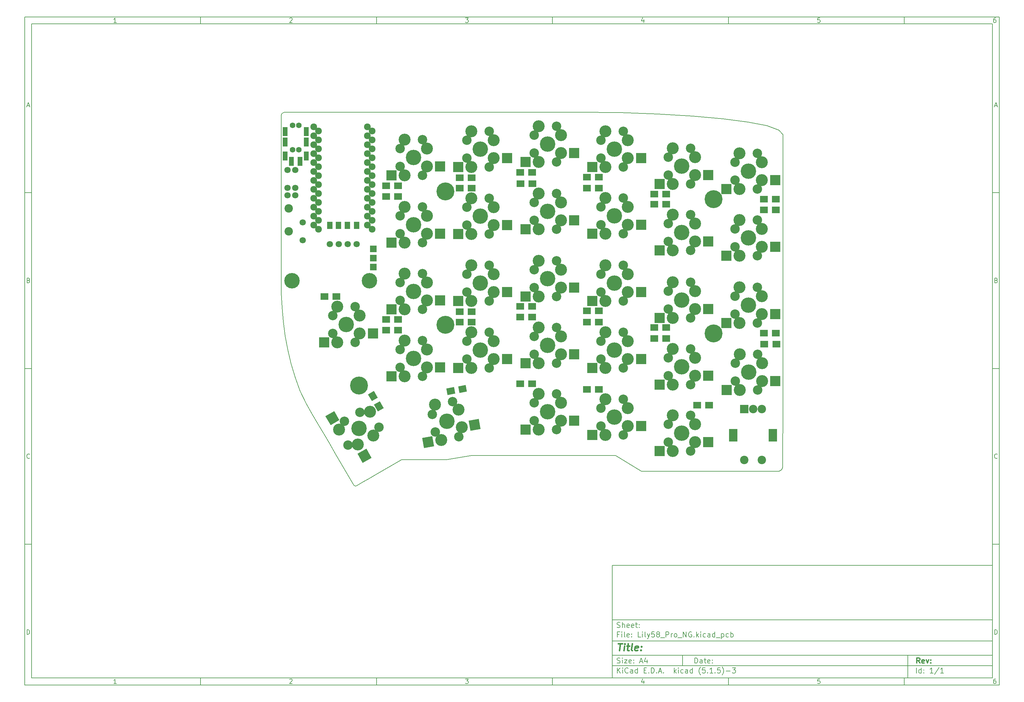
<source format=gbs>
G04 #@! TF.GenerationSoftware,KiCad,Pcbnew,(5.1.5)-3*
G04 #@! TF.CreationDate,2020-05-16T22:18:44+04:00*
G04 #@! TF.ProjectId,Lily58_Pro_NG,4c696c79-3538-45f5-9072-6f5f4e472e6b,rev?*
G04 #@! TF.SameCoordinates,Original*
G04 #@! TF.FileFunction,Soldermask,Bot*
G04 #@! TF.FilePolarity,Negative*
%FSLAX46Y46*%
G04 Gerber Fmt 4.6, Leading zero omitted, Abs format (unit mm)*
G04 Created by KiCad (PCBNEW (5.1.5)-3) date 2020-05-16 22:18:44*
%MOMM*%
%LPD*%
G04 APERTURE LIST*
%ADD10C,0.100000*%
%ADD11C,0.150000*%
%ADD12C,0.300000*%
%ADD13C,0.400000*%
%ADD14C,0.200000*%
%ADD15R,2.400000X2.400000*%
%ADD16C,2.400000*%
%ADD17R,2.400000X3.600000*%
%ADD18R,2.950000X2.900000*%
%ADD19C,3.400000*%
%ADD20C,2.686000*%
%ADD21C,4.387800*%
%ADD22C,4.400000*%
%ADD23R,2.200000X1.900000*%
%ADD24R,1.924000X1.924000*%
%ADD25C,1.600000*%
%ADD26R,1.400000X2.500000*%
%ADD27C,1.797000*%
%ADD28R,1.543000X1.035000*%
%ADD29C,5.100400*%
%ADD30C,1.924000*%
G04 APERTURE END LIST*
D10*
D11*
X177002200Y-166007200D02*
X177002200Y-198007200D01*
X285002200Y-198007200D01*
X285002200Y-166007200D01*
X177002200Y-166007200D01*
D10*
D11*
X10000000Y-10000000D02*
X10000000Y-200007200D01*
X287002200Y-200007200D01*
X287002200Y-10000000D01*
X10000000Y-10000000D01*
D10*
D11*
X12000000Y-12000000D02*
X12000000Y-198007200D01*
X285002200Y-198007200D01*
X285002200Y-12000000D01*
X12000000Y-12000000D01*
D10*
D11*
X60000000Y-12000000D02*
X60000000Y-10000000D01*
D10*
D11*
X110000000Y-12000000D02*
X110000000Y-10000000D01*
D10*
D11*
X160000000Y-12000000D02*
X160000000Y-10000000D01*
D10*
D11*
X210000000Y-12000000D02*
X210000000Y-10000000D01*
D10*
D11*
X260000000Y-12000000D02*
X260000000Y-10000000D01*
D10*
D11*
X36065476Y-11588095D02*
X35322619Y-11588095D01*
X35694047Y-11588095D02*
X35694047Y-10288095D01*
X35570238Y-10473809D01*
X35446428Y-10597619D01*
X35322619Y-10659523D01*
D10*
D11*
X85322619Y-10411904D02*
X85384523Y-10350000D01*
X85508333Y-10288095D01*
X85817857Y-10288095D01*
X85941666Y-10350000D01*
X86003571Y-10411904D01*
X86065476Y-10535714D01*
X86065476Y-10659523D01*
X86003571Y-10845238D01*
X85260714Y-11588095D01*
X86065476Y-11588095D01*
D10*
D11*
X135260714Y-10288095D02*
X136065476Y-10288095D01*
X135632142Y-10783333D01*
X135817857Y-10783333D01*
X135941666Y-10845238D01*
X136003571Y-10907142D01*
X136065476Y-11030952D01*
X136065476Y-11340476D01*
X136003571Y-11464285D01*
X135941666Y-11526190D01*
X135817857Y-11588095D01*
X135446428Y-11588095D01*
X135322619Y-11526190D01*
X135260714Y-11464285D01*
D10*
D11*
X185941666Y-10721428D02*
X185941666Y-11588095D01*
X185632142Y-10226190D02*
X185322619Y-11154761D01*
X186127380Y-11154761D01*
D10*
D11*
X236003571Y-10288095D02*
X235384523Y-10288095D01*
X235322619Y-10907142D01*
X235384523Y-10845238D01*
X235508333Y-10783333D01*
X235817857Y-10783333D01*
X235941666Y-10845238D01*
X236003571Y-10907142D01*
X236065476Y-11030952D01*
X236065476Y-11340476D01*
X236003571Y-11464285D01*
X235941666Y-11526190D01*
X235817857Y-11588095D01*
X235508333Y-11588095D01*
X235384523Y-11526190D01*
X235322619Y-11464285D01*
D10*
D11*
X285941666Y-10288095D02*
X285694047Y-10288095D01*
X285570238Y-10350000D01*
X285508333Y-10411904D01*
X285384523Y-10597619D01*
X285322619Y-10845238D01*
X285322619Y-11340476D01*
X285384523Y-11464285D01*
X285446428Y-11526190D01*
X285570238Y-11588095D01*
X285817857Y-11588095D01*
X285941666Y-11526190D01*
X286003571Y-11464285D01*
X286065476Y-11340476D01*
X286065476Y-11030952D01*
X286003571Y-10907142D01*
X285941666Y-10845238D01*
X285817857Y-10783333D01*
X285570238Y-10783333D01*
X285446428Y-10845238D01*
X285384523Y-10907142D01*
X285322619Y-11030952D01*
D10*
D11*
X60000000Y-198007200D02*
X60000000Y-200007200D01*
D10*
D11*
X110000000Y-198007200D02*
X110000000Y-200007200D01*
D10*
D11*
X160000000Y-198007200D02*
X160000000Y-200007200D01*
D10*
D11*
X210000000Y-198007200D02*
X210000000Y-200007200D01*
D10*
D11*
X260000000Y-198007200D02*
X260000000Y-200007200D01*
D10*
D11*
X36065476Y-199595295D02*
X35322619Y-199595295D01*
X35694047Y-199595295D02*
X35694047Y-198295295D01*
X35570238Y-198481009D01*
X35446428Y-198604819D01*
X35322619Y-198666723D01*
D10*
D11*
X85322619Y-198419104D02*
X85384523Y-198357200D01*
X85508333Y-198295295D01*
X85817857Y-198295295D01*
X85941666Y-198357200D01*
X86003571Y-198419104D01*
X86065476Y-198542914D01*
X86065476Y-198666723D01*
X86003571Y-198852438D01*
X85260714Y-199595295D01*
X86065476Y-199595295D01*
D10*
D11*
X135260714Y-198295295D02*
X136065476Y-198295295D01*
X135632142Y-198790533D01*
X135817857Y-198790533D01*
X135941666Y-198852438D01*
X136003571Y-198914342D01*
X136065476Y-199038152D01*
X136065476Y-199347676D01*
X136003571Y-199471485D01*
X135941666Y-199533390D01*
X135817857Y-199595295D01*
X135446428Y-199595295D01*
X135322619Y-199533390D01*
X135260714Y-199471485D01*
D10*
D11*
X185941666Y-198728628D02*
X185941666Y-199595295D01*
X185632142Y-198233390D02*
X185322619Y-199161961D01*
X186127380Y-199161961D01*
D10*
D11*
X236003571Y-198295295D02*
X235384523Y-198295295D01*
X235322619Y-198914342D01*
X235384523Y-198852438D01*
X235508333Y-198790533D01*
X235817857Y-198790533D01*
X235941666Y-198852438D01*
X236003571Y-198914342D01*
X236065476Y-199038152D01*
X236065476Y-199347676D01*
X236003571Y-199471485D01*
X235941666Y-199533390D01*
X235817857Y-199595295D01*
X235508333Y-199595295D01*
X235384523Y-199533390D01*
X235322619Y-199471485D01*
D10*
D11*
X285941666Y-198295295D02*
X285694047Y-198295295D01*
X285570238Y-198357200D01*
X285508333Y-198419104D01*
X285384523Y-198604819D01*
X285322619Y-198852438D01*
X285322619Y-199347676D01*
X285384523Y-199471485D01*
X285446428Y-199533390D01*
X285570238Y-199595295D01*
X285817857Y-199595295D01*
X285941666Y-199533390D01*
X286003571Y-199471485D01*
X286065476Y-199347676D01*
X286065476Y-199038152D01*
X286003571Y-198914342D01*
X285941666Y-198852438D01*
X285817857Y-198790533D01*
X285570238Y-198790533D01*
X285446428Y-198852438D01*
X285384523Y-198914342D01*
X285322619Y-199038152D01*
D10*
D11*
X10000000Y-60000000D02*
X12000000Y-60000000D01*
D10*
D11*
X10000000Y-110000000D02*
X12000000Y-110000000D01*
D10*
D11*
X10000000Y-160000000D02*
X12000000Y-160000000D01*
D10*
D11*
X10690476Y-35216666D02*
X11309523Y-35216666D01*
X10566666Y-35588095D02*
X11000000Y-34288095D01*
X11433333Y-35588095D01*
D10*
D11*
X11092857Y-84907142D02*
X11278571Y-84969047D01*
X11340476Y-85030952D01*
X11402380Y-85154761D01*
X11402380Y-85340476D01*
X11340476Y-85464285D01*
X11278571Y-85526190D01*
X11154761Y-85588095D01*
X10659523Y-85588095D01*
X10659523Y-84288095D01*
X11092857Y-84288095D01*
X11216666Y-84350000D01*
X11278571Y-84411904D01*
X11340476Y-84535714D01*
X11340476Y-84659523D01*
X11278571Y-84783333D01*
X11216666Y-84845238D01*
X11092857Y-84907142D01*
X10659523Y-84907142D01*
D10*
D11*
X11402380Y-135464285D02*
X11340476Y-135526190D01*
X11154761Y-135588095D01*
X11030952Y-135588095D01*
X10845238Y-135526190D01*
X10721428Y-135402380D01*
X10659523Y-135278571D01*
X10597619Y-135030952D01*
X10597619Y-134845238D01*
X10659523Y-134597619D01*
X10721428Y-134473809D01*
X10845238Y-134350000D01*
X11030952Y-134288095D01*
X11154761Y-134288095D01*
X11340476Y-134350000D01*
X11402380Y-134411904D01*
D10*
D11*
X10659523Y-185588095D02*
X10659523Y-184288095D01*
X10969047Y-184288095D01*
X11154761Y-184350000D01*
X11278571Y-184473809D01*
X11340476Y-184597619D01*
X11402380Y-184845238D01*
X11402380Y-185030952D01*
X11340476Y-185278571D01*
X11278571Y-185402380D01*
X11154761Y-185526190D01*
X10969047Y-185588095D01*
X10659523Y-185588095D01*
D10*
D11*
X287002200Y-60000000D02*
X285002200Y-60000000D01*
D10*
D11*
X287002200Y-110000000D02*
X285002200Y-110000000D01*
D10*
D11*
X287002200Y-160000000D02*
X285002200Y-160000000D01*
D10*
D11*
X285692676Y-35216666D02*
X286311723Y-35216666D01*
X285568866Y-35588095D02*
X286002200Y-34288095D01*
X286435533Y-35588095D01*
D10*
D11*
X286095057Y-84907142D02*
X286280771Y-84969047D01*
X286342676Y-85030952D01*
X286404580Y-85154761D01*
X286404580Y-85340476D01*
X286342676Y-85464285D01*
X286280771Y-85526190D01*
X286156961Y-85588095D01*
X285661723Y-85588095D01*
X285661723Y-84288095D01*
X286095057Y-84288095D01*
X286218866Y-84350000D01*
X286280771Y-84411904D01*
X286342676Y-84535714D01*
X286342676Y-84659523D01*
X286280771Y-84783333D01*
X286218866Y-84845238D01*
X286095057Y-84907142D01*
X285661723Y-84907142D01*
D10*
D11*
X286404580Y-135464285D02*
X286342676Y-135526190D01*
X286156961Y-135588095D01*
X286033152Y-135588095D01*
X285847438Y-135526190D01*
X285723628Y-135402380D01*
X285661723Y-135278571D01*
X285599819Y-135030952D01*
X285599819Y-134845238D01*
X285661723Y-134597619D01*
X285723628Y-134473809D01*
X285847438Y-134350000D01*
X286033152Y-134288095D01*
X286156961Y-134288095D01*
X286342676Y-134350000D01*
X286404580Y-134411904D01*
D10*
D11*
X285661723Y-185588095D02*
X285661723Y-184288095D01*
X285971247Y-184288095D01*
X286156961Y-184350000D01*
X286280771Y-184473809D01*
X286342676Y-184597619D01*
X286404580Y-184845238D01*
X286404580Y-185030952D01*
X286342676Y-185278571D01*
X286280771Y-185402380D01*
X286156961Y-185526190D01*
X285971247Y-185588095D01*
X285661723Y-185588095D01*
D10*
D11*
X200434342Y-193785771D02*
X200434342Y-192285771D01*
X200791485Y-192285771D01*
X201005771Y-192357200D01*
X201148628Y-192500057D01*
X201220057Y-192642914D01*
X201291485Y-192928628D01*
X201291485Y-193142914D01*
X201220057Y-193428628D01*
X201148628Y-193571485D01*
X201005771Y-193714342D01*
X200791485Y-193785771D01*
X200434342Y-193785771D01*
X202577200Y-193785771D02*
X202577200Y-193000057D01*
X202505771Y-192857200D01*
X202362914Y-192785771D01*
X202077200Y-192785771D01*
X201934342Y-192857200D01*
X202577200Y-193714342D02*
X202434342Y-193785771D01*
X202077200Y-193785771D01*
X201934342Y-193714342D01*
X201862914Y-193571485D01*
X201862914Y-193428628D01*
X201934342Y-193285771D01*
X202077200Y-193214342D01*
X202434342Y-193214342D01*
X202577200Y-193142914D01*
X203077200Y-192785771D02*
X203648628Y-192785771D01*
X203291485Y-192285771D02*
X203291485Y-193571485D01*
X203362914Y-193714342D01*
X203505771Y-193785771D01*
X203648628Y-193785771D01*
X204720057Y-193714342D02*
X204577200Y-193785771D01*
X204291485Y-193785771D01*
X204148628Y-193714342D01*
X204077200Y-193571485D01*
X204077200Y-193000057D01*
X204148628Y-192857200D01*
X204291485Y-192785771D01*
X204577200Y-192785771D01*
X204720057Y-192857200D01*
X204791485Y-193000057D01*
X204791485Y-193142914D01*
X204077200Y-193285771D01*
X205434342Y-193642914D02*
X205505771Y-193714342D01*
X205434342Y-193785771D01*
X205362914Y-193714342D01*
X205434342Y-193642914D01*
X205434342Y-193785771D01*
X205434342Y-192857200D02*
X205505771Y-192928628D01*
X205434342Y-193000057D01*
X205362914Y-192928628D01*
X205434342Y-192857200D01*
X205434342Y-193000057D01*
D10*
D11*
X177002200Y-194507200D02*
X285002200Y-194507200D01*
D10*
D11*
X178434342Y-196585771D02*
X178434342Y-195085771D01*
X179291485Y-196585771D02*
X178648628Y-195728628D01*
X179291485Y-195085771D02*
X178434342Y-195942914D01*
X179934342Y-196585771D02*
X179934342Y-195585771D01*
X179934342Y-195085771D02*
X179862914Y-195157200D01*
X179934342Y-195228628D01*
X180005771Y-195157200D01*
X179934342Y-195085771D01*
X179934342Y-195228628D01*
X181505771Y-196442914D02*
X181434342Y-196514342D01*
X181220057Y-196585771D01*
X181077200Y-196585771D01*
X180862914Y-196514342D01*
X180720057Y-196371485D01*
X180648628Y-196228628D01*
X180577200Y-195942914D01*
X180577200Y-195728628D01*
X180648628Y-195442914D01*
X180720057Y-195300057D01*
X180862914Y-195157200D01*
X181077200Y-195085771D01*
X181220057Y-195085771D01*
X181434342Y-195157200D01*
X181505771Y-195228628D01*
X182791485Y-196585771D02*
X182791485Y-195800057D01*
X182720057Y-195657200D01*
X182577200Y-195585771D01*
X182291485Y-195585771D01*
X182148628Y-195657200D01*
X182791485Y-196514342D02*
X182648628Y-196585771D01*
X182291485Y-196585771D01*
X182148628Y-196514342D01*
X182077200Y-196371485D01*
X182077200Y-196228628D01*
X182148628Y-196085771D01*
X182291485Y-196014342D01*
X182648628Y-196014342D01*
X182791485Y-195942914D01*
X184148628Y-196585771D02*
X184148628Y-195085771D01*
X184148628Y-196514342D02*
X184005771Y-196585771D01*
X183720057Y-196585771D01*
X183577200Y-196514342D01*
X183505771Y-196442914D01*
X183434342Y-196300057D01*
X183434342Y-195871485D01*
X183505771Y-195728628D01*
X183577200Y-195657200D01*
X183720057Y-195585771D01*
X184005771Y-195585771D01*
X184148628Y-195657200D01*
X186005771Y-195800057D02*
X186505771Y-195800057D01*
X186720057Y-196585771D02*
X186005771Y-196585771D01*
X186005771Y-195085771D01*
X186720057Y-195085771D01*
X187362914Y-196442914D02*
X187434342Y-196514342D01*
X187362914Y-196585771D01*
X187291485Y-196514342D01*
X187362914Y-196442914D01*
X187362914Y-196585771D01*
X188077200Y-196585771D02*
X188077200Y-195085771D01*
X188434342Y-195085771D01*
X188648628Y-195157200D01*
X188791485Y-195300057D01*
X188862914Y-195442914D01*
X188934342Y-195728628D01*
X188934342Y-195942914D01*
X188862914Y-196228628D01*
X188791485Y-196371485D01*
X188648628Y-196514342D01*
X188434342Y-196585771D01*
X188077200Y-196585771D01*
X189577200Y-196442914D02*
X189648628Y-196514342D01*
X189577200Y-196585771D01*
X189505771Y-196514342D01*
X189577200Y-196442914D01*
X189577200Y-196585771D01*
X190220057Y-196157200D02*
X190934342Y-196157200D01*
X190077200Y-196585771D02*
X190577200Y-195085771D01*
X191077200Y-196585771D01*
X191577200Y-196442914D02*
X191648628Y-196514342D01*
X191577200Y-196585771D01*
X191505771Y-196514342D01*
X191577200Y-196442914D01*
X191577200Y-196585771D01*
X194577200Y-196585771D02*
X194577200Y-195085771D01*
X194720057Y-196014342D02*
X195148628Y-196585771D01*
X195148628Y-195585771D02*
X194577200Y-196157200D01*
X195791485Y-196585771D02*
X195791485Y-195585771D01*
X195791485Y-195085771D02*
X195720057Y-195157200D01*
X195791485Y-195228628D01*
X195862914Y-195157200D01*
X195791485Y-195085771D01*
X195791485Y-195228628D01*
X197148628Y-196514342D02*
X197005771Y-196585771D01*
X196720057Y-196585771D01*
X196577200Y-196514342D01*
X196505771Y-196442914D01*
X196434342Y-196300057D01*
X196434342Y-195871485D01*
X196505771Y-195728628D01*
X196577200Y-195657200D01*
X196720057Y-195585771D01*
X197005771Y-195585771D01*
X197148628Y-195657200D01*
X198434342Y-196585771D02*
X198434342Y-195800057D01*
X198362914Y-195657200D01*
X198220057Y-195585771D01*
X197934342Y-195585771D01*
X197791485Y-195657200D01*
X198434342Y-196514342D02*
X198291485Y-196585771D01*
X197934342Y-196585771D01*
X197791485Y-196514342D01*
X197720057Y-196371485D01*
X197720057Y-196228628D01*
X197791485Y-196085771D01*
X197934342Y-196014342D01*
X198291485Y-196014342D01*
X198434342Y-195942914D01*
X199791485Y-196585771D02*
X199791485Y-195085771D01*
X199791485Y-196514342D02*
X199648628Y-196585771D01*
X199362914Y-196585771D01*
X199220057Y-196514342D01*
X199148628Y-196442914D01*
X199077200Y-196300057D01*
X199077200Y-195871485D01*
X199148628Y-195728628D01*
X199220057Y-195657200D01*
X199362914Y-195585771D01*
X199648628Y-195585771D01*
X199791485Y-195657200D01*
X202077200Y-197157200D02*
X202005771Y-197085771D01*
X201862914Y-196871485D01*
X201791485Y-196728628D01*
X201720057Y-196514342D01*
X201648628Y-196157200D01*
X201648628Y-195871485D01*
X201720057Y-195514342D01*
X201791485Y-195300057D01*
X201862914Y-195157200D01*
X202005771Y-194942914D01*
X202077200Y-194871485D01*
X203362914Y-195085771D02*
X202648628Y-195085771D01*
X202577200Y-195800057D01*
X202648628Y-195728628D01*
X202791485Y-195657200D01*
X203148628Y-195657200D01*
X203291485Y-195728628D01*
X203362914Y-195800057D01*
X203434342Y-195942914D01*
X203434342Y-196300057D01*
X203362914Y-196442914D01*
X203291485Y-196514342D01*
X203148628Y-196585771D01*
X202791485Y-196585771D01*
X202648628Y-196514342D01*
X202577200Y-196442914D01*
X204077200Y-196442914D02*
X204148628Y-196514342D01*
X204077200Y-196585771D01*
X204005771Y-196514342D01*
X204077200Y-196442914D01*
X204077200Y-196585771D01*
X205577200Y-196585771D02*
X204720057Y-196585771D01*
X205148628Y-196585771D02*
X205148628Y-195085771D01*
X205005771Y-195300057D01*
X204862914Y-195442914D01*
X204720057Y-195514342D01*
X206220057Y-196442914D02*
X206291485Y-196514342D01*
X206220057Y-196585771D01*
X206148628Y-196514342D01*
X206220057Y-196442914D01*
X206220057Y-196585771D01*
X207648628Y-195085771D02*
X206934342Y-195085771D01*
X206862914Y-195800057D01*
X206934342Y-195728628D01*
X207077200Y-195657200D01*
X207434342Y-195657200D01*
X207577200Y-195728628D01*
X207648628Y-195800057D01*
X207720057Y-195942914D01*
X207720057Y-196300057D01*
X207648628Y-196442914D01*
X207577200Y-196514342D01*
X207434342Y-196585771D01*
X207077200Y-196585771D01*
X206934342Y-196514342D01*
X206862914Y-196442914D01*
X208220057Y-197157200D02*
X208291485Y-197085771D01*
X208434342Y-196871485D01*
X208505771Y-196728628D01*
X208577200Y-196514342D01*
X208648628Y-196157200D01*
X208648628Y-195871485D01*
X208577200Y-195514342D01*
X208505771Y-195300057D01*
X208434342Y-195157200D01*
X208291485Y-194942914D01*
X208220057Y-194871485D01*
X209362914Y-196014342D02*
X210505771Y-196014342D01*
X211077200Y-195085771D02*
X212005771Y-195085771D01*
X211505771Y-195657200D01*
X211720057Y-195657200D01*
X211862914Y-195728628D01*
X211934342Y-195800057D01*
X212005771Y-195942914D01*
X212005771Y-196300057D01*
X211934342Y-196442914D01*
X211862914Y-196514342D01*
X211720057Y-196585771D01*
X211291485Y-196585771D01*
X211148628Y-196514342D01*
X211077200Y-196442914D01*
D10*
D11*
X177002200Y-191507200D02*
X285002200Y-191507200D01*
D10*
D12*
X264411485Y-193785771D02*
X263911485Y-193071485D01*
X263554342Y-193785771D02*
X263554342Y-192285771D01*
X264125771Y-192285771D01*
X264268628Y-192357200D01*
X264340057Y-192428628D01*
X264411485Y-192571485D01*
X264411485Y-192785771D01*
X264340057Y-192928628D01*
X264268628Y-193000057D01*
X264125771Y-193071485D01*
X263554342Y-193071485D01*
X265625771Y-193714342D02*
X265482914Y-193785771D01*
X265197200Y-193785771D01*
X265054342Y-193714342D01*
X264982914Y-193571485D01*
X264982914Y-193000057D01*
X265054342Y-192857200D01*
X265197200Y-192785771D01*
X265482914Y-192785771D01*
X265625771Y-192857200D01*
X265697200Y-193000057D01*
X265697200Y-193142914D01*
X264982914Y-193285771D01*
X266197200Y-192785771D02*
X266554342Y-193785771D01*
X266911485Y-192785771D01*
X267482914Y-193642914D02*
X267554342Y-193714342D01*
X267482914Y-193785771D01*
X267411485Y-193714342D01*
X267482914Y-193642914D01*
X267482914Y-193785771D01*
X267482914Y-192857200D02*
X267554342Y-192928628D01*
X267482914Y-193000057D01*
X267411485Y-192928628D01*
X267482914Y-192857200D01*
X267482914Y-193000057D01*
D10*
D11*
X178362914Y-193714342D02*
X178577200Y-193785771D01*
X178934342Y-193785771D01*
X179077200Y-193714342D01*
X179148628Y-193642914D01*
X179220057Y-193500057D01*
X179220057Y-193357200D01*
X179148628Y-193214342D01*
X179077200Y-193142914D01*
X178934342Y-193071485D01*
X178648628Y-193000057D01*
X178505771Y-192928628D01*
X178434342Y-192857200D01*
X178362914Y-192714342D01*
X178362914Y-192571485D01*
X178434342Y-192428628D01*
X178505771Y-192357200D01*
X178648628Y-192285771D01*
X179005771Y-192285771D01*
X179220057Y-192357200D01*
X179862914Y-193785771D02*
X179862914Y-192785771D01*
X179862914Y-192285771D02*
X179791485Y-192357200D01*
X179862914Y-192428628D01*
X179934342Y-192357200D01*
X179862914Y-192285771D01*
X179862914Y-192428628D01*
X180434342Y-192785771D02*
X181220057Y-192785771D01*
X180434342Y-193785771D01*
X181220057Y-193785771D01*
X182362914Y-193714342D02*
X182220057Y-193785771D01*
X181934342Y-193785771D01*
X181791485Y-193714342D01*
X181720057Y-193571485D01*
X181720057Y-193000057D01*
X181791485Y-192857200D01*
X181934342Y-192785771D01*
X182220057Y-192785771D01*
X182362914Y-192857200D01*
X182434342Y-193000057D01*
X182434342Y-193142914D01*
X181720057Y-193285771D01*
X183077200Y-193642914D02*
X183148628Y-193714342D01*
X183077200Y-193785771D01*
X183005771Y-193714342D01*
X183077200Y-193642914D01*
X183077200Y-193785771D01*
X183077200Y-192857200D02*
X183148628Y-192928628D01*
X183077200Y-193000057D01*
X183005771Y-192928628D01*
X183077200Y-192857200D01*
X183077200Y-193000057D01*
X184862914Y-193357200D02*
X185577200Y-193357200D01*
X184720057Y-193785771D02*
X185220057Y-192285771D01*
X185720057Y-193785771D01*
X186862914Y-192785771D02*
X186862914Y-193785771D01*
X186505771Y-192214342D02*
X186148628Y-193285771D01*
X187077200Y-193285771D01*
D10*
D11*
X263434342Y-196585771D02*
X263434342Y-195085771D01*
X264791485Y-196585771D02*
X264791485Y-195085771D01*
X264791485Y-196514342D02*
X264648628Y-196585771D01*
X264362914Y-196585771D01*
X264220057Y-196514342D01*
X264148628Y-196442914D01*
X264077200Y-196300057D01*
X264077200Y-195871485D01*
X264148628Y-195728628D01*
X264220057Y-195657200D01*
X264362914Y-195585771D01*
X264648628Y-195585771D01*
X264791485Y-195657200D01*
X265505771Y-196442914D02*
X265577200Y-196514342D01*
X265505771Y-196585771D01*
X265434342Y-196514342D01*
X265505771Y-196442914D01*
X265505771Y-196585771D01*
X265505771Y-195657200D02*
X265577200Y-195728628D01*
X265505771Y-195800057D01*
X265434342Y-195728628D01*
X265505771Y-195657200D01*
X265505771Y-195800057D01*
X268148628Y-196585771D02*
X267291485Y-196585771D01*
X267720057Y-196585771D02*
X267720057Y-195085771D01*
X267577200Y-195300057D01*
X267434342Y-195442914D01*
X267291485Y-195514342D01*
X269862914Y-195014342D02*
X268577200Y-196942914D01*
X271148628Y-196585771D02*
X270291485Y-196585771D01*
X270720057Y-196585771D02*
X270720057Y-195085771D01*
X270577200Y-195300057D01*
X270434342Y-195442914D01*
X270291485Y-195514342D01*
D10*
D11*
X177002200Y-187507200D02*
X285002200Y-187507200D01*
D10*
D13*
X178714580Y-188211961D02*
X179857438Y-188211961D01*
X179036009Y-190211961D02*
X179286009Y-188211961D01*
X180274104Y-190211961D02*
X180440771Y-188878628D01*
X180524104Y-188211961D02*
X180416961Y-188307200D01*
X180500295Y-188402438D01*
X180607438Y-188307200D01*
X180524104Y-188211961D01*
X180500295Y-188402438D01*
X181107438Y-188878628D02*
X181869342Y-188878628D01*
X181476485Y-188211961D02*
X181262200Y-189926247D01*
X181333628Y-190116723D01*
X181512200Y-190211961D01*
X181702676Y-190211961D01*
X182655057Y-190211961D02*
X182476485Y-190116723D01*
X182405057Y-189926247D01*
X182619342Y-188211961D01*
X184190771Y-190116723D02*
X183988390Y-190211961D01*
X183607438Y-190211961D01*
X183428866Y-190116723D01*
X183357438Y-189926247D01*
X183452676Y-189164342D01*
X183571723Y-188973866D01*
X183774104Y-188878628D01*
X184155057Y-188878628D01*
X184333628Y-188973866D01*
X184405057Y-189164342D01*
X184381247Y-189354819D01*
X183405057Y-189545295D01*
X185155057Y-190021485D02*
X185238390Y-190116723D01*
X185131247Y-190211961D01*
X185047914Y-190116723D01*
X185155057Y-190021485D01*
X185131247Y-190211961D01*
X185286009Y-188973866D02*
X185369342Y-189069104D01*
X185262200Y-189164342D01*
X185178866Y-189069104D01*
X185286009Y-188973866D01*
X185262200Y-189164342D01*
D10*
D11*
X178934342Y-185600057D02*
X178434342Y-185600057D01*
X178434342Y-186385771D02*
X178434342Y-184885771D01*
X179148628Y-184885771D01*
X179720057Y-186385771D02*
X179720057Y-185385771D01*
X179720057Y-184885771D02*
X179648628Y-184957200D01*
X179720057Y-185028628D01*
X179791485Y-184957200D01*
X179720057Y-184885771D01*
X179720057Y-185028628D01*
X180648628Y-186385771D02*
X180505771Y-186314342D01*
X180434342Y-186171485D01*
X180434342Y-184885771D01*
X181791485Y-186314342D02*
X181648628Y-186385771D01*
X181362914Y-186385771D01*
X181220057Y-186314342D01*
X181148628Y-186171485D01*
X181148628Y-185600057D01*
X181220057Y-185457200D01*
X181362914Y-185385771D01*
X181648628Y-185385771D01*
X181791485Y-185457200D01*
X181862914Y-185600057D01*
X181862914Y-185742914D01*
X181148628Y-185885771D01*
X182505771Y-186242914D02*
X182577200Y-186314342D01*
X182505771Y-186385771D01*
X182434342Y-186314342D01*
X182505771Y-186242914D01*
X182505771Y-186385771D01*
X182505771Y-185457200D02*
X182577200Y-185528628D01*
X182505771Y-185600057D01*
X182434342Y-185528628D01*
X182505771Y-185457200D01*
X182505771Y-185600057D01*
X185077200Y-186385771D02*
X184362914Y-186385771D01*
X184362914Y-184885771D01*
X185577200Y-186385771D02*
X185577200Y-185385771D01*
X185577200Y-184885771D02*
X185505771Y-184957200D01*
X185577200Y-185028628D01*
X185648628Y-184957200D01*
X185577200Y-184885771D01*
X185577200Y-185028628D01*
X186505771Y-186385771D02*
X186362914Y-186314342D01*
X186291485Y-186171485D01*
X186291485Y-184885771D01*
X186934342Y-185385771D02*
X187291485Y-186385771D01*
X187648628Y-185385771D02*
X187291485Y-186385771D01*
X187148628Y-186742914D01*
X187077200Y-186814342D01*
X186934342Y-186885771D01*
X188934342Y-184885771D02*
X188220057Y-184885771D01*
X188148628Y-185600057D01*
X188220057Y-185528628D01*
X188362914Y-185457200D01*
X188720057Y-185457200D01*
X188862914Y-185528628D01*
X188934342Y-185600057D01*
X189005771Y-185742914D01*
X189005771Y-186100057D01*
X188934342Y-186242914D01*
X188862914Y-186314342D01*
X188720057Y-186385771D01*
X188362914Y-186385771D01*
X188220057Y-186314342D01*
X188148628Y-186242914D01*
X189862914Y-185528628D02*
X189720057Y-185457200D01*
X189648628Y-185385771D01*
X189577200Y-185242914D01*
X189577200Y-185171485D01*
X189648628Y-185028628D01*
X189720057Y-184957200D01*
X189862914Y-184885771D01*
X190148628Y-184885771D01*
X190291485Y-184957200D01*
X190362914Y-185028628D01*
X190434342Y-185171485D01*
X190434342Y-185242914D01*
X190362914Y-185385771D01*
X190291485Y-185457200D01*
X190148628Y-185528628D01*
X189862914Y-185528628D01*
X189720057Y-185600057D01*
X189648628Y-185671485D01*
X189577200Y-185814342D01*
X189577200Y-186100057D01*
X189648628Y-186242914D01*
X189720057Y-186314342D01*
X189862914Y-186385771D01*
X190148628Y-186385771D01*
X190291485Y-186314342D01*
X190362914Y-186242914D01*
X190434342Y-186100057D01*
X190434342Y-185814342D01*
X190362914Y-185671485D01*
X190291485Y-185600057D01*
X190148628Y-185528628D01*
X190720057Y-186528628D02*
X191862914Y-186528628D01*
X192220057Y-186385771D02*
X192220057Y-184885771D01*
X192791485Y-184885771D01*
X192934342Y-184957200D01*
X193005771Y-185028628D01*
X193077200Y-185171485D01*
X193077200Y-185385771D01*
X193005771Y-185528628D01*
X192934342Y-185600057D01*
X192791485Y-185671485D01*
X192220057Y-185671485D01*
X193720057Y-186385771D02*
X193720057Y-185385771D01*
X193720057Y-185671485D02*
X193791485Y-185528628D01*
X193862914Y-185457200D01*
X194005771Y-185385771D01*
X194148628Y-185385771D01*
X194862914Y-186385771D02*
X194720057Y-186314342D01*
X194648628Y-186242914D01*
X194577200Y-186100057D01*
X194577200Y-185671485D01*
X194648628Y-185528628D01*
X194720057Y-185457200D01*
X194862914Y-185385771D01*
X195077200Y-185385771D01*
X195220057Y-185457200D01*
X195291485Y-185528628D01*
X195362914Y-185671485D01*
X195362914Y-186100057D01*
X195291485Y-186242914D01*
X195220057Y-186314342D01*
X195077200Y-186385771D01*
X194862914Y-186385771D01*
X195648628Y-186528628D02*
X196791485Y-186528628D01*
X197148628Y-186385771D02*
X197148628Y-184885771D01*
X198005771Y-186385771D01*
X198005771Y-184885771D01*
X199505771Y-184957200D02*
X199362914Y-184885771D01*
X199148628Y-184885771D01*
X198934342Y-184957200D01*
X198791485Y-185100057D01*
X198720057Y-185242914D01*
X198648628Y-185528628D01*
X198648628Y-185742914D01*
X198720057Y-186028628D01*
X198791485Y-186171485D01*
X198934342Y-186314342D01*
X199148628Y-186385771D01*
X199291485Y-186385771D01*
X199505771Y-186314342D01*
X199577200Y-186242914D01*
X199577200Y-185742914D01*
X199291485Y-185742914D01*
X200220057Y-186242914D02*
X200291485Y-186314342D01*
X200220057Y-186385771D01*
X200148628Y-186314342D01*
X200220057Y-186242914D01*
X200220057Y-186385771D01*
X200934342Y-186385771D02*
X200934342Y-184885771D01*
X201077200Y-185814342D02*
X201505771Y-186385771D01*
X201505771Y-185385771D02*
X200934342Y-185957200D01*
X202148628Y-186385771D02*
X202148628Y-185385771D01*
X202148628Y-184885771D02*
X202077200Y-184957200D01*
X202148628Y-185028628D01*
X202220057Y-184957200D01*
X202148628Y-184885771D01*
X202148628Y-185028628D01*
X203505771Y-186314342D02*
X203362914Y-186385771D01*
X203077200Y-186385771D01*
X202934342Y-186314342D01*
X202862914Y-186242914D01*
X202791485Y-186100057D01*
X202791485Y-185671485D01*
X202862914Y-185528628D01*
X202934342Y-185457200D01*
X203077200Y-185385771D01*
X203362914Y-185385771D01*
X203505771Y-185457200D01*
X204791485Y-186385771D02*
X204791485Y-185600057D01*
X204720057Y-185457200D01*
X204577200Y-185385771D01*
X204291485Y-185385771D01*
X204148628Y-185457200D01*
X204791485Y-186314342D02*
X204648628Y-186385771D01*
X204291485Y-186385771D01*
X204148628Y-186314342D01*
X204077200Y-186171485D01*
X204077200Y-186028628D01*
X204148628Y-185885771D01*
X204291485Y-185814342D01*
X204648628Y-185814342D01*
X204791485Y-185742914D01*
X206148628Y-186385771D02*
X206148628Y-184885771D01*
X206148628Y-186314342D02*
X206005771Y-186385771D01*
X205720057Y-186385771D01*
X205577200Y-186314342D01*
X205505771Y-186242914D01*
X205434342Y-186100057D01*
X205434342Y-185671485D01*
X205505771Y-185528628D01*
X205577200Y-185457200D01*
X205720057Y-185385771D01*
X206005771Y-185385771D01*
X206148628Y-185457200D01*
X206505771Y-186528628D02*
X207648628Y-186528628D01*
X208005771Y-185385771D02*
X208005771Y-186885771D01*
X208005771Y-185457200D02*
X208148628Y-185385771D01*
X208434342Y-185385771D01*
X208577200Y-185457200D01*
X208648628Y-185528628D01*
X208720057Y-185671485D01*
X208720057Y-186100057D01*
X208648628Y-186242914D01*
X208577200Y-186314342D01*
X208434342Y-186385771D01*
X208148628Y-186385771D01*
X208005771Y-186314342D01*
X210005771Y-186314342D02*
X209862914Y-186385771D01*
X209577200Y-186385771D01*
X209434342Y-186314342D01*
X209362914Y-186242914D01*
X209291485Y-186100057D01*
X209291485Y-185671485D01*
X209362914Y-185528628D01*
X209434342Y-185457200D01*
X209577200Y-185385771D01*
X209862914Y-185385771D01*
X210005771Y-185457200D01*
X210648628Y-186385771D02*
X210648628Y-184885771D01*
X210648628Y-185457200D02*
X210791485Y-185385771D01*
X211077200Y-185385771D01*
X211220057Y-185457200D01*
X211291485Y-185528628D01*
X211362914Y-185671485D01*
X211362914Y-186100057D01*
X211291485Y-186242914D01*
X211220057Y-186314342D01*
X211077200Y-186385771D01*
X210791485Y-186385771D01*
X210648628Y-186314342D01*
D10*
D11*
X177002200Y-181507200D02*
X285002200Y-181507200D01*
D10*
D11*
X178362914Y-183614342D02*
X178577200Y-183685771D01*
X178934342Y-183685771D01*
X179077200Y-183614342D01*
X179148628Y-183542914D01*
X179220057Y-183400057D01*
X179220057Y-183257200D01*
X179148628Y-183114342D01*
X179077200Y-183042914D01*
X178934342Y-182971485D01*
X178648628Y-182900057D01*
X178505771Y-182828628D01*
X178434342Y-182757200D01*
X178362914Y-182614342D01*
X178362914Y-182471485D01*
X178434342Y-182328628D01*
X178505771Y-182257200D01*
X178648628Y-182185771D01*
X179005771Y-182185771D01*
X179220057Y-182257200D01*
X179862914Y-183685771D02*
X179862914Y-182185771D01*
X180505771Y-183685771D02*
X180505771Y-182900057D01*
X180434342Y-182757200D01*
X180291485Y-182685771D01*
X180077200Y-182685771D01*
X179934342Y-182757200D01*
X179862914Y-182828628D01*
X181791485Y-183614342D02*
X181648628Y-183685771D01*
X181362914Y-183685771D01*
X181220057Y-183614342D01*
X181148628Y-183471485D01*
X181148628Y-182900057D01*
X181220057Y-182757200D01*
X181362914Y-182685771D01*
X181648628Y-182685771D01*
X181791485Y-182757200D01*
X181862914Y-182900057D01*
X181862914Y-183042914D01*
X181148628Y-183185771D01*
X183077200Y-183614342D02*
X182934342Y-183685771D01*
X182648628Y-183685771D01*
X182505771Y-183614342D01*
X182434342Y-183471485D01*
X182434342Y-182900057D01*
X182505771Y-182757200D01*
X182648628Y-182685771D01*
X182934342Y-182685771D01*
X183077200Y-182757200D01*
X183148628Y-182900057D01*
X183148628Y-183042914D01*
X182434342Y-183185771D01*
X183577200Y-182685771D02*
X184148628Y-182685771D01*
X183791485Y-182185771D02*
X183791485Y-183471485D01*
X183862914Y-183614342D01*
X184005771Y-183685771D01*
X184148628Y-183685771D01*
X184648628Y-183542914D02*
X184720057Y-183614342D01*
X184648628Y-183685771D01*
X184577200Y-183614342D01*
X184648628Y-183542914D01*
X184648628Y-183685771D01*
X184648628Y-182757200D02*
X184720057Y-182828628D01*
X184648628Y-182900057D01*
X184577200Y-182828628D01*
X184648628Y-182757200D01*
X184648628Y-182900057D01*
D10*
D11*
X197002200Y-191507200D02*
X197002200Y-194507200D01*
D10*
D11*
X261002200Y-191507200D02*
X261002200Y-198007200D01*
D14*
X225459999Y-119289735D02*
X225450000Y-137750000D01*
X204850000Y-139200000D02*
X224277496Y-139194553D01*
X225357217Y-138309152D02*
X225219001Y-138563961D01*
X224559152Y-139107218D02*
X224277496Y-139194553D01*
X224813960Y-138969002D02*
X224559152Y-139107218D01*
X225035913Y-138785913D02*
X224813960Y-138969002D01*
X225444553Y-138027496D02*
X225357217Y-138309152D01*
X225219001Y-138563961D02*
X225035913Y-138785913D01*
X225450000Y-137750000D02*
X225444553Y-138027496D01*
X117150000Y-135900000D02*
X129900000Y-135900000D01*
X129900000Y-135900000D02*
X137050000Y-134700000D01*
X177900000Y-134700000D02*
X185300000Y-139200000D01*
X137050000Y-134700000D02*
X177900000Y-134700000D01*
X113445528Y-138036218D02*
X117150000Y-135900000D01*
X110094139Y-139976496D02*
X113445528Y-138036218D01*
X185300000Y-139200000D02*
X204850000Y-139200000D01*
X106132452Y-142301617D02*
X107808147Y-141331479D01*
X82937528Y-50750629D02*
X82937528Y-44443695D01*
X82937528Y-57057562D02*
X82937528Y-50750629D01*
X115211711Y-37086762D02*
X104803877Y-37086762D01*
X199807654Y-38170488D02*
X189919538Y-37585374D01*
X208420758Y-38945561D02*
X199807654Y-38170488D01*
X215525697Y-39885159D02*
X208420758Y-38945561D01*
X220889319Y-40963847D02*
X215525697Y-39885159D01*
X178989563Y-37215654D02*
X167250881Y-37086762D01*
X189919538Y-37585374D02*
X178989563Y-37215654D01*
X225460000Y-52918378D02*
X225460000Y-62400000D01*
X225460000Y-43436755D02*
X225460000Y-52918378D01*
X82937528Y-69671429D02*
X82937528Y-63364495D01*
X82937528Y-75978362D02*
X82937528Y-69671429D01*
X82937528Y-82285296D02*
X82937528Y-75978362D01*
X82937528Y-88592229D02*
X82937528Y-82285296D01*
X104803877Y-37086762D02*
X94396044Y-37086762D01*
X125619545Y-37086762D02*
X115211711Y-37086762D01*
X136027379Y-37086762D02*
X125619545Y-37086762D01*
X146435213Y-37086762D02*
X136027379Y-37086762D01*
X156843047Y-37086762D02*
X146435213Y-37086762D01*
X167250881Y-37086762D02*
X156843047Y-37086762D01*
X83400937Y-37265961D02*
X83579303Y-37169210D01*
X83245570Y-37394123D02*
X83400937Y-37265961D01*
X83117409Y-37549489D02*
X83245570Y-37394123D01*
X83020657Y-37727855D02*
X83117409Y-37549489D01*
X82959523Y-37925015D02*
X83020657Y-37727855D01*
X82938210Y-38136762D02*
X82959523Y-37925015D01*
X83776462Y-37108075D02*
X83988210Y-37086762D01*
X83579303Y-37169210D02*
X83776462Y-37108075D01*
X94396044Y-37086762D02*
X83988210Y-37086762D01*
X82937528Y-63364495D02*
X82937528Y-57057562D01*
X82937528Y-44443695D02*
X82937528Y-38136762D01*
X88291758Y-116318073D02*
X89993333Y-119989540D01*
X86863105Y-112530670D02*
X88291758Y-116318073D01*
X85688004Y-108649127D02*
X86863105Y-112530670D01*
X84747083Y-104695246D02*
X85688004Y-108649127D01*
X84020972Y-100690825D02*
X84747083Y-104695246D01*
X83490297Y-96657663D02*
X84020972Y-100690825D01*
X83135690Y-92617561D02*
X83490297Y-96657663D01*
X82937777Y-88592317D02*
X83135690Y-92617561D01*
X104288864Y-143357278D02*
X104456758Y-143271756D01*
X104130206Y-143404468D02*
X104288864Y-143357278D01*
X103981252Y-143413974D02*
X104130206Y-143404468D01*
X103842470Y-143386445D02*
X103981252Y-143413974D01*
X103714328Y-143322532D02*
X103842470Y-143386445D01*
X103597295Y-143222884D02*
X103714328Y-143322532D01*
X103491837Y-143088150D02*
X103597295Y-143222884D01*
X103398425Y-142918979D02*
X103491837Y-143088150D01*
X107808147Y-141331479D02*
X110094139Y-139976496D01*
X104456758Y-143271756D02*
X106132452Y-142301617D01*
X101722730Y-140052659D02*
X103398425Y-142918979D01*
X100047036Y-137186340D02*
X101722730Y-140052659D01*
X98371341Y-134320020D02*
X100047036Y-137186340D01*
X96695647Y-131453701D02*
X98371341Y-134320020D01*
X95019952Y-128587381D02*
X96695647Y-131453701D01*
X93344258Y-125721062D02*
X95019952Y-128587381D01*
X91668563Y-122854742D02*
X93344258Y-125721062D01*
X89992869Y-119988423D02*
X91668563Y-122854742D01*
X224278471Y-42156190D02*
X220889319Y-40963847D01*
X225460000Y-43436755D02*
X224278471Y-42156190D01*
X225460000Y-109808112D02*
X225460000Y-119289735D01*
X225460000Y-100326490D02*
X225460000Y-109808112D01*
X225460000Y-90844867D02*
X225460000Y-100326490D01*
X225460000Y-81363245D02*
X225460000Y-90844867D01*
X225460000Y-71881623D02*
X225460000Y-81363245D01*
X225460000Y-62400000D02*
X225460000Y-71881623D01*
D15*
X214500000Y-121500000D03*
D16*
X217000000Y-121500000D03*
X219500000Y-121500000D03*
D17*
X211400000Y-129000000D03*
X222600000Y-129000000D03*
D16*
X214500000Y-136000000D03*
X219500000Y-136000000D03*
X85000000Y-70950000D03*
X85000000Y-64450000D03*
D18*
X114210000Y-55080000D03*
X128060000Y-52540000D03*
D19*
X117960000Y-44920000D03*
X124310000Y-47460000D03*
D20*
X123040000Y-55080000D03*
X116690000Y-52540000D03*
D19*
X117960000Y-55080000D03*
X124310000Y-52540000D03*
D20*
X123040000Y-44920000D03*
D21*
X120500000Y-50000000D03*
D20*
X116690000Y-47460000D03*
D18*
X133210000Y-52680000D03*
X147060000Y-50140000D03*
D19*
X136960000Y-42520000D03*
X143310000Y-45060000D03*
D20*
X142040000Y-52680000D03*
X135690000Y-50140000D03*
D19*
X136960000Y-52680000D03*
X143310000Y-50140000D03*
D20*
X142040000Y-42520000D03*
D21*
X139500000Y-47600000D03*
D20*
X135690000Y-45060000D03*
D18*
X152310000Y-51290000D03*
X166160000Y-48750000D03*
D19*
X156060000Y-41130000D03*
X162410000Y-43670000D03*
D20*
X161140000Y-51290000D03*
X154790000Y-48750000D03*
D19*
X156060000Y-51290000D03*
X162410000Y-48750000D03*
D20*
X161140000Y-41130000D03*
D21*
X158600000Y-46210000D03*
D20*
X154790000Y-43670000D03*
D18*
X171310000Y-52680000D03*
X185160000Y-50140000D03*
D19*
X175060000Y-42520000D03*
X181410000Y-45060000D03*
D20*
X180140000Y-52680000D03*
X173790000Y-50140000D03*
D19*
X175060000Y-52680000D03*
X181410000Y-50140000D03*
D20*
X180140000Y-42520000D03*
D21*
X177600000Y-47600000D03*
D20*
X173790000Y-45060000D03*
D18*
X190410000Y-57480000D03*
X204260000Y-54940000D03*
D19*
X194160000Y-47320000D03*
X200510000Y-49860000D03*
D20*
X199240000Y-57480000D03*
X192890000Y-54940000D03*
D19*
X194160000Y-57480000D03*
X200510000Y-54940000D03*
D20*
X199240000Y-47320000D03*
D21*
X196700000Y-52400000D03*
D20*
X192890000Y-49860000D03*
D18*
X209410000Y-58980000D03*
X223260000Y-56440000D03*
D19*
X213160000Y-48820000D03*
X219510000Y-51360000D03*
D20*
X218240000Y-58980000D03*
X211890000Y-56440000D03*
D19*
X213160000Y-58980000D03*
X219510000Y-56440000D03*
D20*
X218240000Y-48820000D03*
D21*
X215700000Y-53900000D03*
D20*
X211890000Y-51360000D03*
D18*
X114210000Y-74180000D03*
X128060000Y-71640000D03*
D19*
X117960000Y-64020000D03*
X124310000Y-66560000D03*
D20*
X123040000Y-74180000D03*
X116690000Y-71640000D03*
D19*
X117960000Y-74180000D03*
X124310000Y-71640000D03*
D20*
X123040000Y-64020000D03*
D21*
X120500000Y-69100000D03*
D20*
X116690000Y-66560000D03*
D18*
X133210000Y-71780000D03*
X147060000Y-69240000D03*
D19*
X136960000Y-61620000D03*
X143310000Y-64160000D03*
D20*
X142040000Y-71780000D03*
X135690000Y-69240000D03*
D19*
X136960000Y-71780000D03*
X143310000Y-69240000D03*
D20*
X142040000Y-61620000D03*
D21*
X139500000Y-66700000D03*
D20*
X135690000Y-64160000D03*
D18*
X152310000Y-70380000D03*
X166160000Y-67840000D03*
D19*
X156060000Y-60220000D03*
X162410000Y-62760000D03*
D20*
X161140000Y-70380000D03*
X154790000Y-67840000D03*
D19*
X156060000Y-70380000D03*
X162410000Y-67840000D03*
D20*
X161140000Y-60220000D03*
D21*
X158600000Y-65300000D03*
D20*
X154790000Y-62760000D03*
D18*
X171310000Y-71680000D03*
X185160000Y-69140000D03*
D19*
X175060000Y-61520000D03*
X181410000Y-64060000D03*
D20*
X180140000Y-71680000D03*
X173790000Y-69140000D03*
D19*
X175060000Y-71680000D03*
X181410000Y-69140000D03*
D20*
X180140000Y-61520000D03*
D21*
X177600000Y-66600000D03*
D20*
X173790000Y-64060000D03*
D18*
X190410000Y-76380000D03*
X204260000Y-73840000D03*
D19*
X194160000Y-66220000D03*
X200510000Y-68760000D03*
D20*
X199240000Y-76380000D03*
X192890000Y-73840000D03*
D19*
X194160000Y-76380000D03*
X200510000Y-73840000D03*
D20*
X199240000Y-66220000D03*
D21*
X196700000Y-71300000D03*
D20*
X192890000Y-68760000D03*
D18*
X209410000Y-77880000D03*
X223260000Y-75340000D03*
D19*
X213160000Y-67720000D03*
X219510000Y-70260000D03*
D20*
X218240000Y-77880000D03*
X211890000Y-75340000D03*
D19*
X213160000Y-77880000D03*
X219510000Y-75340000D03*
D20*
X218240000Y-67720000D03*
D21*
X215700000Y-72800000D03*
D20*
X211890000Y-70260000D03*
D18*
X114210000Y-93180000D03*
X128060000Y-90640000D03*
D19*
X117960000Y-83020000D03*
X124310000Y-85560000D03*
D20*
X123040000Y-93180000D03*
X116690000Y-90640000D03*
D19*
X117960000Y-93180000D03*
X124310000Y-90640000D03*
D20*
X123040000Y-83020000D03*
D21*
X120500000Y-88100000D03*
D20*
X116690000Y-85560000D03*
D18*
X133210000Y-90780000D03*
X147060000Y-88240000D03*
D19*
X136960000Y-80620000D03*
X143310000Y-83160000D03*
D20*
X142040000Y-90780000D03*
X135690000Y-88240000D03*
D19*
X136960000Y-90780000D03*
X143310000Y-88240000D03*
D20*
X142040000Y-80620000D03*
D21*
X139500000Y-85700000D03*
D20*
X135690000Y-83160000D03*
D18*
X152310000Y-89480000D03*
X166160000Y-86940000D03*
D19*
X156060000Y-79320000D03*
X162410000Y-81860000D03*
D20*
X161140000Y-89480000D03*
X154790000Y-86940000D03*
D19*
X156060000Y-89480000D03*
X162410000Y-86940000D03*
D20*
X161140000Y-79320000D03*
D21*
X158600000Y-84400000D03*
D20*
X154790000Y-81860000D03*
D18*
X171310000Y-90780000D03*
X185160000Y-88240000D03*
D19*
X175060000Y-80620000D03*
X181410000Y-83160000D03*
D20*
X180140000Y-90780000D03*
X173790000Y-88240000D03*
D19*
X175060000Y-90780000D03*
X181410000Y-88240000D03*
D20*
X180140000Y-80620000D03*
D21*
X177600000Y-85700000D03*
D20*
X173790000Y-83160000D03*
D18*
X190410000Y-95580000D03*
X204260000Y-93040000D03*
D19*
X194160000Y-85420000D03*
X200510000Y-87960000D03*
D20*
X199240000Y-95580000D03*
X192890000Y-93040000D03*
D19*
X194160000Y-95580000D03*
X200510000Y-93040000D03*
D20*
X199240000Y-85420000D03*
D21*
X196700000Y-90500000D03*
D20*
X192890000Y-87960000D03*
D18*
X209410000Y-97080000D03*
X223260000Y-94540000D03*
D19*
X213160000Y-86920000D03*
X219510000Y-89460000D03*
D20*
X218240000Y-97080000D03*
X211890000Y-94540000D03*
D19*
X213160000Y-97080000D03*
X219510000Y-94540000D03*
D20*
X218240000Y-86920000D03*
D21*
X215700000Y-92000000D03*
D20*
X211890000Y-89460000D03*
D18*
X114210000Y-112180000D03*
X128060000Y-109640000D03*
D19*
X117960000Y-102020000D03*
X124310000Y-104560000D03*
D20*
X123040000Y-112180000D03*
X116690000Y-109640000D03*
D19*
X117960000Y-112180000D03*
X124310000Y-109640000D03*
D20*
X123040000Y-102020000D03*
D21*
X120500000Y-107100000D03*
D20*
X116690000Y-104560000D03*
D18*
X133210000Y-109880000D03*
X147060000Y-107340000D03*
D19*
X136960000Y-99720000D03*
X143310000Y-102260000D03*
D20*
X142040000Y-109880000D03*
X135690000Y-107340000D03*
D19*
X136960000Y-109880000D03*
X143310000Y-107340000D03*
D20*
X142040000Y-99720000D03*
D21*
X139500000Y-104800000D03*
D20*
X135690000Y-102260000D03*
D18*
X152310000Y-108480000D03*
X166160000Y-105940000D03*
D19*
X156060000Y-98320000D03*
X162410000Y-100860000D03*
D20*
X161140000Y-108480000D03*
X154790000Y-105940000D03*
D19*
X156060000Y-108480000D03*
X162410000Y-105940000D03*
D20*
X161140000Y-98320000D03*
D21*
X158600000Y-103400000D03*
D20*
X154790000Y-100860000D03*
D18*
X171310000Y-109880000D03*
X185160000Y-107340000D03*
D19*
X175060000Y-99720000D03*
X181410000Y-102260000D03*
D20*
X180140000Y-109880000D03*
X173790000Y-107340000D03*
D19*
X175060000Y-109880000D03*
X181410000Y-107340000D03*
D20*
X180140000Y-99720000D03*
D21*
X177600000Y-104800000D03*
D20*
X173790000Y-102260000D03*
D18*
X190410000Y-114580000D03*
X204260000Y-112040000D03*
D19*
X194160000Y-104420000D03*
X200510000Y-106960000D03*
D20*
X199240000Y-114580000D03*
X192890000Y-112040000D03*
D19*
X194160000Y-114580000D03*
X200510000Y-112040000D03*
D20*
X199240000Y-104420000D03*
D21*
X196700000Y-109500000D03*
D20*
X192890000Y-106960000D03*
D18*
X209460000Y-116080000D03*
X223310000Y-113540000D03*
D19*
X213210000Y-105920000D03*
X219560000Y-108460000D03*
D20*
X218290000Y-116080000D03*
X211940000Y-113540000D03*
D19*
X213210000Y-116080000D03*
X219560000Y-113540000D03*
D20*
X218290000Y-105920000D03*
D21*
X215750000Y-111000000D03*
D20*
X211940000Y-108460000D03*
D18*
X95110000Y-102580000D03*
X108960000Y-100040000D03*
D19*
X98860000Y-92420000D03*
X105210000Y-94960000D03*
D20*
X103940000Y-102580000D03*
X97590000Y-100040000D03*
D19*
X98860000Y-102580000D03*
X105210000Y-100040000D03*
D20*
X103940000Y-92420000D03*
D21*
X101400000Y-97500000D03*
D20*
X97590000Y-94960000D03*
D10*
G36*
X95462354Y-123540313D02*
G01*
X97973828Y-122090313D01*
X99448828Y-124645087D01*
X96937354Y-126095087D01*
X95462354Y-123540313D01*
G37*
G36*
X104587058Y-134264765D02*
G01*
X107098532Y-132814765D01*
X108573532Y-135369539D01*
X106062058Y-136819539D01*
X104587058Y-134264765D01*
G37*
D19*
X108129409Y-122260295D03*
X109104705Y-129029557D03*
D20*
X101870591Y-131739705D03*
X100895295Y-124970443D03*
D19*
X99330591Y-127340295D03*
X104705295Y-131569557D03*
D20*
X110669409Y-126659705D03*
D21*
X105000000Y-127000000D03*
D20*
X105294705Y-122430443D03*
D10*
G36*
X123486890Y-132629172D02*
G01*
X122983311Y-129773230D01*
X125888494Y-129260968D01*
X126392073Y-132116910D01*
X123486890Y-132629172D01*
G37*
G36*
X136685411Y-127722733D02*
G01*
X136181832Y-124866791D01*
X139087015Y-124354529D01*
X139590594Y-127210471D01*
X136685411Y-127722733D01*
G37*
D19*
X126616456Y-120288243D03*
X133311051Y-121686989D03*
D20*
X133383544Y-129411757D03*
X126688949Y-128013011D03*
D19*
X128380721Y-130293890D03*
X134193184Y-126689812D03*
D20*
X131619279Y-119406110D03*
D21*
X130000000Y-125000000D03*
D20*
X125806816Y-123010188D03*
D18*
X152310000Y-127380000D03*
X166160000Y-124840000D03*
D19*
X156060000Y-117220000D03*
X162410000Y-119760000D03*
D20*
X161140000Y-127380000D03*
X154790000Y-124840000D03*
D19*
X156060000Y-127380000D03*
X162410000Y-124840000D03*
D20*
X161140000Y-117220000D03*
D21*
X158600000Y-122300000D03*
D20*
X154790000Y-119760000D03*
D18*
X171310000Y-128930000D03*
X185160000Y-126390000D03*
D19*
X175060000Y-118770000D03*
X181410000Y-121310000D03*
D20*
X180140000Y-128930000D03*
X173790000Y-126390000D03*
D19*
X175060000Y-128930000D03*
X181410000Y-126390000D03*
D20*
X180140000Y-118770000D03*
D21*
X177600000Y-123850000D03*
D20*
X173790000Y-121310000D03*
D18*
X190410000Y-133480000D03*
X204260000Y-130940000D03*
D19*
X194160000Y-123320000D03*
X200510000Y-125860000D03*
D20*
X199240000Y-133480000D03*
X192890000Y-130940000D03*
D19*
X194160000Y-133480000D03*
X200510000Y-130940000D03*
D20*
X199240000Y-123320000D03*
D21*
X196700000Y-128400000D03*
D20*
X192890000Y-125860000D03*
D22*
X86000000Y-85000000D03*
X108000000Y-85000000D03*
D23*
X112700000Y-58000000D03*
X116100000Y-58000000D03*
X137000000Y-55700000D03*
X133600000Y-55700000D03*
X154200000Y-54200000D03*
X150800000Y-54200000D03*
X169800000Y-55600000D03*
X173200000Y-55600000D03*
X192300000Y-60400000D03*
X188900000Y-60400000D03*
X220100000Y-61800000D03*
X223500000Y-61800000D03*
X116100000Y-61100000D03*
X112700000Y-61100000D03*
X137000000Y-58700000D03*
X133600000Y-58700000D03*
X154300000Y-57400000D03*
X150900000Y-57400000D03*
X169800000Y-58700000D03*
X173200000Y-58700000D03*
X192300000Y-63300000D03*
X188900000Y-63300000D03*
X220100000Y-64900000D03*
X223500000Y-64900000D03*
X112700000Y-96000000D03*
X116100000Y-96000000D03*
X137000000Y-93800000D03*
X133600000Y-93800000D03*
X150800000Y-92300000D03*
X154200000Y-92300000D03*
X173200000Y-93600000D03*
X169800000Y-93600000D03*
X188900000Y-98300000D03*
X192300000Y-98300000D03*
X223500000Y-99900000D03*
X220100000Y-99900000D03*
X116100000Y-99100000D03*
X112700000Y-99100000D03*
X133600000Y-96800000D03*
X137000000Y-96800000D03*
X154200000Y-95400000D03*
X150800000Y-95400000D03*
X169800000Y-96800000D03*
X173200000Y-96800000D03*
X192300000Y-101500000D03*
X188900000Y-101500000D03*
X220200000Y-103100000D03*
X223600000Y-103100000D03*
X95200000Y-89550000D03*
X98600000Y-89550000D03*
D10*
G36*
X109277276Y-120294615D02*
G01*
X110922724Y-119344615D01*
X112022724Y-121249871D01*
X110377276Y-122199871D01*
X109277276Y-120294615D01*
G37*
G36*
X107577276Y-117350129D02*
G01*
X109222724Y-116400129D01*
X110322724Y-118305385D01*
X108677276Y-119255385D01*
X107577276Y-117350129D01*
G37*
G36*
X130183331Y-117516984D02*
G01*
X129853400Y-115645850D01*
X132019977Y-115263824D01*
X132349908Y-117134958D01*
X130183331Y-117516984D01*
G37*
G36*
X133531677Y-116926580D02*
G01*
X133201746Y-115055446D01*
X135368323Y-114673420D01*
X135698254Y-116544554D01*
X133531677Y-116926580D01*
G37*
D23*
X150800000Y-114300000D03*
X154200000Y-114300000D03*
X173200000Y-115900000D03*
X169800000Y-115900000D03*
X201100000Y-120400000D03*
X204500000Y-120400000D03*
D24*
X109100000Y-76000000D03*
X109100000Y-78600000D03*
X109100000Y-81100000D03*
D25*
X86150000Y-47800000D03*
X86150000Y-40800000D03*
D26*
X84050000Y-49600000D03*
X88250000Y-51100000D03*
X84050000Y-42600000D03*
X84050000Y-45600000D03*
D25*
X87900000Y-40800000D03*
X87900000Y-47800000D03*
D26*
X90000000Y-42600000D03*
X90000000Y-45600000D03*
X90000000Y-49600000D03*
X85800000Y-51100000D03*
D27*
X96700000Y-74600000D03*
X99240000Y-74600000D03*
X101780000Y-74600000D03*
X104320000Y-74600000D03*
D28*
X104300000Y-69800380D03*
X104300000Y-68799620D03*
X101700000Y-68799620D03*
X101700000Y-69800380D03*
X99200000Y-69800380D03*
X99200000Y-68799620D03*
X96700000Y-68799620D03*
X96700000Y-69800380D03*
D27*
X84700000Y-60700000D03*
X86900000Y-60700000D03*
X84688035Y-58579272D03*
X84688035Y-53499272D03*
X86938035Y-53499272D03*
X86938035Y-58579272D03*
D29*
X129600000Y-59600000D03*
X205800000Y-61800000D03*
X129600000Y-97600000D03*
X205800000Y-100000000D03*
X105000000Y-114800000D03*
D30*
X107420000Y-41230000D03*
X107420000Y-43770000D03*
X107420000Y-46310000D03*
X107420000Y-48850000D03*
X107420000Y-51390000D03*
X107420000Y-53930000D03*
X107420000Y-56470000D03*
X107420000Y-59010000D03*
X107420000Y-61550000D03*
X107420000Y-64090000D03*
X107420000Y-66630000D03*
X107420000Y-69170000D03*
X92180000Y-69170000D03*
X92180000Y-66630000D03*
X92180000Y-64090000D03*
X92180000Y-61550000D03*
X92180000Y-59010000D03*
X92180000Y-56470000D03*
X92180000Y-53930000D03*
X92180000Y-51390000D03*
X92180000Y-48850000D03*
X92180000Y-46310000D03*
X92180000Y-43770000D03*
X92180000Y-41230000D03*
X108718815Y-52585745D03*
X108718815Y-57665745D03*
X93478815Y-42425745D03*
X108718815Y-44965745D03*
X108718815Y-67825745D03*
X93478815Y-70365745D03*
X108718815Y-60205745D03*
X108718815Y-62745745D03*
X93478815Y-60205745D03*
X93478815Y-65285745D03*
X93478815Y-52585745D03*
X93478815Y-50045745D03*
X93478815Y-44965745D03*
X93478815Y-55125745D03*
X108718815Y-70365745D03*
X93478815Y-62745745D03*
X108718815Y-42425745D03*
X108718815Y-47505745D03*
X93478815Y-67825745D03*
X108718815Y-50045745D03*
X108718815Y-55125745D03*
X93478815Y-57665745D03*
X108718815Y-65285745D03*
X93478815Y-47505745D03*
D27*
X89000000Y-73540000D03*
X89000000Y-68460000D03*
M02*

</source>
